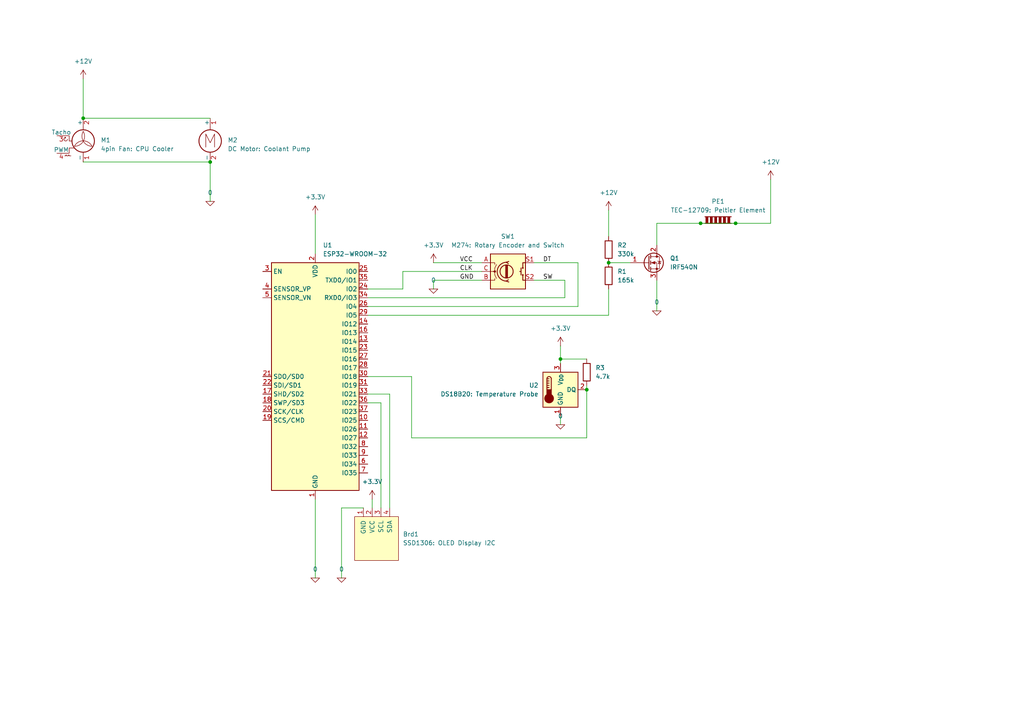
<source format=kicad_sch>
(kicad_sch (version 20231120) (generator "eeschema") (generator_version "8.0")
  (paper "A4")
  (title_block (title "PID Peltier Temperature Controller: Circuit Schematic") (date "2024-11-01") (rev "3") (comment 1 "Team ID: 411_LR2C2"))
  (lib_symbols
    (symbol "Device:PeltierElement" (pin_numbers hide) (pin_names (offset 0))
      (property "Reference" "PE" (at 0 3.175 0))
      (property "Value" "PeltierElement" (at 0 -1.27 0))
      (symbol "PeltierElement_0_1"
        (rectangle (start -3.556 1.905) (end -2.921 0) (fill (type outline)))
        (rectangle (start -2.286 1.905) (end -1.651 0) (fill (type outline)))
        (rectangle (start -0.381 1.905) (end -1.016 0) (fill (type outline)))
        (polyline (pts (xy -3.81 0) (xy 3.81 0)) (stroke (width 0.254)) (fill (type outline)))
        (polyline (pts (xy -3.81 1.905) (xy 3.81 1.905)) (stroke (width 0.254)))
        (rectangle (start 0.889 1.905) (end 0.254 0) (fill (type outline)))
        (rectangle (start 1.524 0) (end 2.159 1.905) (fill (type outline)))
        (rectangle (start 2.794 0) (end 3.429 1.905) (fill (type outline)))
      )
      (symbol "PeltierElement_1_1"
        (pin passive line (at -5.08 0 0) (length 1.27) (name "~") (number "1"))
        (pin passive line (at 5.08 0 180) (length 1.27) (name "~") (number "2"))
      )
    )
    (symbol "Device:R" (pin_numbers hide) (pin_names (offset 0))
      (property "Reference" "R" (at 2.032 0 90))
      (property "Value" "R" (at 0 0 90))
      (symbol "R_0_1"
        (rectangle (start -1.016 -2.54) (end 1.016 2.54) (stroke (width 0.254)))
      )
      (symbol "R_1_1"
        (pin passive line (at 0 3.81 270) (length 1.27) (name "~") (number "1"))
        (pin passive line (at 0 -3.81 90) (length 1.27) (name "~") (number "2"))
      )
    )
    (symbol "Device:RotaryEncoder_Switch" (pin_names (offset 0.254) hide)
      (property "Reference" "SW" (at 0 6.604 0))
      (property "Value" "RotaryEncoder_Switch" (at 0 -6.604 0))
      (symbol "RotaryEncoder_Switch_0_1"
        (rectangle (start -5.08 5.08) (end 5.08 -5.08) (stroke (width 0.254)) (fill (type background)))
        (circle (center -3.81 0) (radius 0.254) (fill (type outline)))
        (circle (center -0.381 0) (radius 1.905) (stroke (width 0.254)))
        (arc (start -0.381 2.667) (mid -3.0988 -0.0635) (end -0.381 -2.794) (stroke (width 0.254)))
        (polyline (pts (xy -0.635 -1.778) (xy -0.635 1.778)) (stroke (width 0.254)))
        (polyline (pts (xy -0.381 -1.778) (xy -0.381 1.778)) (stroke (width 0.254)))
        (polyline (pts (xy -0.127 1.778) (xy -0.127 -1.778)) (stroke (width 0.254)))
        (polyline (pts (xy 3.81 0) (xy 3.429 0)) (stroke (width 0.254)))
        (polyline (pts (xy 3.81 1.016) (xy 3.81 -1.016)) (stroke (width 0.254)))
        (polyline (pts (xy -5.08 -2.54) (xy -3.81 -2.54) (xy -3.81 -2.032)))
        (polyline (pts (xy -5.08 2.54) (xy -3.81 2.54) (xy -3.81 2.032)))
        (polyline (pts (xy 0.254 -3.048) (xy -0.508 -2.794) (xy 0.127 -2.413)) (stroke (width 0.254)))
        (polyline (pts (xy 0.254 2.921) (xy -0.508 2.667) (xy 0.127 2.286)) (stroke (width 0.254)))
        (polyline (pts (xy 5.08 -2.54) (xy 4.318 -2.54) (xy 4.318 -1.016)) (stroke (width 0.254)))
        (polyline (pts (xy 5.08 2.54) (xy 4.318 2.54) (xy 4.318 1.016)) (stroke (width 0.254)))
        (polyline (pts (xy -5.08 0) (xy -3.81 0) (xy -3.81 -1.016) (xy -3.302 -2.032)))
        (polyline (pts (xy -4.318 0) (xy -3.81 0) (xy -3.81 1.016) (xy -3.302 2.032)))
        (circle (center 4.318 -1.016) (radius 0.127) (stroke (width 0.254)))
        (circle (center 4.318 1.016) (radius 0.127) (stroke (width 0.254)))
      )
      (symbol "RotaryEncoder_Switch_1_1"
        (pin passive line (at -7.62 2.54 0) (length 2.54) (name "A") (number "A"))
        (pin passive line (at -7.62 -2.54 0) (length 2.54) (name "B") (number "B"))
        (pin passive line (at -7.62 0 0) (length 2.54) (name "C") (number "C"))
        (pin passive line (at 7.62 2.54 180) (length 2.54) (name "S1") (number "S1"))
        (pin passive line (at 7.62 -2.54 180) (length 2.54) (name "S2") (number "S2"))
      )
    )
    (symbol "Motor:Fan_CPU_4pin" (pin_names (offset 0))
      (property "Reference" "M" (at 2.54 5.08 0))
      (property "Value" "Fan_CPU_4pin" (at 2.54 -2.54 0))
      (symbol "Fan_CPU_4pin_0_0"
        (arc (start -5.588 1.524) (mid -5.08 1.0182) (end -4.572 1.524))
        (arc (start -5.08 2.032) (mid -5.4392 1.8832) (end -5.588 1.524))
        (polyline (pts (xy -5.08 2.032) (xy -5.334 2.159)))
        (polyline (pts (xy -5.08 2.032) (xy -5.207 1.778)))
        (polyline (pts (xy -4.064 2.54) (xy -4.064 1.016) (xy -3.302 1.016)))
      )
      (symbol "Fan_CPU_4pin_0_1"
        (arc (start -2.54 -0.508) (mid 0.0028 0.9121) (end 0 3.81))
        (polyline (pts (xy -4.064 2.54) (xy -5.08 2.54)))
        (polyline (pts (xy 0 -5.08) (xy 0 -4.572)))
        (polyline (pts (xy 0 -2.2352) (xy 0 -2.6416)))
        (polyline (pts (xy 0 4.2672) (xy 0 4.6228)))
        (polyline (pts (xy 0 4.572) (xy 0 5.08)))
        (polyline (pts (xy -2.54 -1.016) (xy -4.064 -1.016) (xy -4.064 -2.54) (xy -5.08 -2.54)))
        (polyline (pts (xy -5.334 -3.302) (xy -5.08 -3.302) (xy -5.08 -3.048) (xy -4.826 -3.048) (xy -4.826 -3.302) (xy -4.318 -3.302) (xy -4.318 -3.048) (xy -4.064 -3.048) (xy -4.064 -3.302) (xy -3.556 -3.302)))
        (circle (center 0 1.016) (radius 3.2512) (stroke (width 0.254)))
        (arc (start 0 3.81) (mid 0.053 0.921) (end 2.54 -0.508))
        (arc (start 2.54 -0.508) (mid 0 1.0618) (end -2.54 -0.508))
      )
      (symbol "Fan_CPU_4pin_1_1"
        (pin passive line (at 0 -5.08 90) (length 2.54) (name "-") (number "1"))
        (pin passive line (at 0 7.62 270) (length 2.54) (name "+") (number "2"))
        (pin passive line (at -7.62 2.54 0) (length 2.54) (name "Tacho") (number "3"))
        (pin input line (at -7.62 -2.54 0) (length 2.54) (name "PWM") (number "4"))
      )
    )
    (symbol "Motor:Motor_DC" (pin_names (offset 0))
      (property "Reference" "M" (at 2.54 2.54 0))
      (property "Value" "Motor_DC" (at 2.54 -5.08 0))
      (symbol "Motor_DC_0_0"
        (polyline (pts (xy -1.27 -3.302) (xy -1.27 0.508) (xy 0 -2.032) (xy 1.27 0.508) (xy 1.27 -3.302)))
      )
      (symbol "Motor_DC_0_1"
        (circle (center 0 -1.524) (radius 3.2512) (stroke (width 0.254)))
        (polyline (pts (xy 0 -7.62) (xy 0 -7.112)))
        (polyline (pts (xy 0 -4.7752) (xy 0 -5.1816)))
        (polyline (pts (xy 0 1.7272) (xy 0 2.0828)))
        (polyline (pts (xy 0 2.032) (xy 0 2.54)))
      )
      (symbol "Motor_DC_1_1"
        (pin passive line (at 0 5.08 270) (length 2.54) (name "+") (number "1"))
        (pin passive line (at 0 -7.62 90) (length 2.54) (name "-") (number "2"))
      )
    )
    (symbol "RF_Module:ESP32-WROOM-32"
      (property "Reference" "U" (at -12.7 34.29 0))
      (property "Value" "ESP32-WROOM-32" (at 1.27 34.29 0))
      (symbol "ESP32-WROOM-32_0_1"
        (rectangle (start -12.7 33.02) (end 12.7 -33.02) (stroke (width 0.254)) (fill (type background)))
      )
      (symbol "ESP32-WROOM-32_1_1"
        (pin power_in line (at 0 -35.56 90) (length 2.54) (name "GND") (number "1"))
        (pin bidirectional line (at 15.24 -12.7 180) (length 2.54) (name "IO25") (number "10"))
        (pin bidirectional line (at 15.24 -15.24 180) (length 2.54) (name "IO26") (number "11"))
        (pin bidirectional line (at 15.24 -17.78 180) (length 2.54) (name "IO27") (number "12"))
        (pin bidirectional line (at 15.24 10.16 180) (length 2.54) (name "IO14") (number "13"))
        (pin bidirectional line (at 15.24 15.24 180) (length 2.54) (name "IO12") (number "14"))
        (pin passive line (at 0 -35.56 90) (length 2.54) hide (name "GND") (number "15"))
        (pin bidirectional line (at 15.24 12.7 180) (length 2.54) (name "IO13") (number "16"))
        (pin bidirectional line (at -15.24 -5.08 0) (length 2.54) (name "SHD/SD2") (number "17"))
        (pin bidirectional line (at -15.24 -7.62 0) (length 2.54) (name "SWP/SD3") (number "18"))
        (pin bidirectional line (at -15.24 -12.7 0) (length 2.54) (name "SCS/CMD") (number "19"))
        (pin power_in line (at 0 35.56 270) (length 2.54) (name "VDD") (number "2"))
        (pin bidirectional line (at -15.24 -10.16 0) (length 2.54) (name "SCK/CLK") (number "20"))
        (pin bidirectional line (at -15.24 0 0) (length 2.54) (name "SDO/SD0") (number "21"))
        (pin bidirectional line (at -15.24 -2.54 0) (length 2.54) (name "SDI/SD1") (number "22"))
        (pin bidirectional line (at 15.24 7.62 180) (length 2.54) (name "IO15") (number "23"))
        (pin bidirectional line (at 15.24 25.4 180) (length 2.54) (name "IO2") (number "24"))
        (pin bidirectional line (at 15.24 30.48 180) (length 2.54) (name "IO0") (number "25"))
        (pin bidirectional line (at 15.24 20.32 180) (length 2.54) (name "IO4") (number "26"))
        (pin bidirectional line (at 15.24 5.08 180) (length 2.54) (name "IO16") (number "27"))
        (pin bidirectional line (at 15.24 2.54 180) (length 2.54) (name "IO17") (number "28"))
        (pin bidirectional line (at 15.24 17.78 180) (length 2.54) (name "IO5") (number "29"))
        (pin input line (at -15.24 30.48 0) (length 2.54) (name "EN") (number "3"))
        (pin bidirectional line (at 15.24 0 180) (length 2.54) (name "IO18") (number "30"))
        (pin bidirectional line (at 15.24 -2.54 180) (length 2.54) (name "IO19") (number "31"))
        (pin no_connect line (at -12.7 -27.94 0) (length 2.54) hide (name "NC") (number "32"))
        (pin bidirectional line (at 15.24 -5.08 180) (length 2.54) (name "IO21") (number "33"))
        (pin bidirectional line (at 15.24 22.86 180) (length 2.54) (name "RXD0/IO3") (number "34"))
        (pin bidirectional line (at 15.24 27.94 180) (length 2.54) (name "TXD0/IO1") (number "35"))
        (pin bidirectional line (at 15.24 -7.62 180) (length 2.54) (name "IO22") (number "36"))
        (pin bidirectional line (at 15.24 -10.16 180) (length 2.54) (name "IO23") (number "37"))
        (pin passive line (at 0 -35.56 90) (length 2.54) hide (name "GND") (number "38"))
        (pin passive line (at 0 -35.56 90) (length 2.54) hide (name "GND") (number "39"))
        (pin input line (at -15.24 25.4 0) (length 2.54) (name "SENSOR_VP") (number "4"))
        (pin input line (at -15.24 22.86 0) (length 2.54) (name "SENSOR_VN") (number "5"))
        (pin input line (at 15.24 -25.4 180) (length 2.54) (name "IO34") (number "6"))
        (pin input line (at 15.24 -27.94 180) (length 2.54) (name "IO35") (number "7"))
        (pin bidirectional line (at 15.24 -20.32 180) (length 2.54) (name "IO32") (number "8"))
        (pin bidirectional line (at 15.24 -22.86 180) (length 2.54) (name "IO33") (number "9"))
      )
    )
    (symbol "SSD1306-128x64_OLED:SSD1306" (pin_names (offset 1.016))
      (property "Reference" "Brd" (at 0 -3.81 0))
      (property "Value" "SSD1306" (at 0 -1.27 0))
      (symbol "SSD1306_0_1"
        (rectangle (start -6.35 6.35) (end 6.35 -6.35) (fill (type background)))
      )
      (symbol "SSD1306_1_1"
        (pin input line (at -3.81 8.89 270) (length 2.54) (name "GND") (number "1"))
        (pin input line (at -1.27 8.89 270) (length 2.54) (name "VCC") (number "2"))
        (pin input line (at 1.27 8.89 270) (length 2.54) (name "SCL") (number "3"))
        (pin input line (at 3.81 8.89 270) (length 2.54) (name "SDA") (number "4"))
      )
    )
    (symbol "Sensor_Temperature:DS18B20"
      (property "Reference" "U" (at -3.81 6.35 0))
      (property "Value" "DS18B20" (at 6.35 6.35 0))
      (symbol "DS18B20_0_1"
        (rectangle (start -5.08 5.08) (end 5.08 -5.08) (stroke (width 0.254)) (fill (type background)))
        (circle (center -3.302 -2.54) (radius 1.27) (stroke (width 0.254)) (fill (type outline)))
        (rectangle (start -2.667 -1.905) (end -3.937 0) (stroke (width 0.254)) (fill (type outline)))
        (arc (start -2.667 3.175) (mid -3.302 3.8073) (end -3.937 3.175) (stroke (width 0.254)))
        (polyline (pts (xy -3.937 0.635) (xy -3.302 0.635)) (stroke (width 0.254)))
        (polyline (pts (xy -3.937 1.27) (xy -3.302 1.27)) (stroke (width 0.254)))
        (polyline (pts (xy -3.937 1.905) (xy -3.302 1.905)) (stroke (width 0.254)))
        (polyline (pts (xy -3.937 2.54) (xy -3.302 2.54)) (stroke (width 0.254)))
        (polyline (pts (xy -3.937 3.175) (xy -3.937 0)) (stroke (width 0.254)))
        (polyline (pts (xy -3.937 3.175) (xy -3.302 3.175)) (stroke (width 0.254)))
        (polyline (pts (xy -2.667 3.175) (xy -2.667 0)) (stroke (width 0.254)))
      )
      (symbol "DS18B20_1_1"
        (pin power_in line (at 0 -7.62 90) (length 2.54) (name "GND") (number "1"))
        (pin bidirectional line (at 7.62 0 180) (length 2.54) (name "DQ") (number "2"))
        (pin power_in line (at 0 7.62 270) (length 2.54) (name "V_{DD}") (number "3"))
      )
    )
    (symbol "Simulation_SPICE:0" (power) (pin_numbers hide) (pin_names (offset 0) hide)
      (property "Value" "0" (at 0 -2.54 0))
      (symbol "0_0_1"
        (polyline (pts (xy -1.27 0) (xy 0 -1.27) (xy 1.27 0) (xy -1.27 0)))
      )
      (symbol "0_1_1"
        (pin power_in line (at 0 0 0) (length 0) (name "~") (number "1"))
      )
    )
    (symbol "Transistor_FET:IRF540N" (pin_names hide)
      (property "Reference" "Q" (at 5.08 1.905 0))
      (property "Value" "IRF540N" (at 5.08 0 0))
      (symbol "IRF540N_0_1"
        (polyline (pts (xy 0.254 0) (xy -2.54 0)))
        (polyline (pts (xy 0.254 1.905) (xy 0.254 -1.905)) (stroke (width 0.254)))
        (polyline (pts (xy 0.762 -1.27) (xy 0.762 -2.286)) (stroke (width 0.254)))
        (polyline (pts (xy 0.762 0.508) (xy 0.762 -0.508)) (stroke (width 0.254)))
        (polyline (pts (xy 0.762 2.286) (xy 0.762 1.27)) (stroke (width 0.254)))
        (polyline (pts (xy 2.54 2.54) (xy 2.54 1.778)))
        (polyline (pts (xy 2.54 -2.54) (xy 2.54 0) (xy 0.762 0)))
        (polyline (pts (xy 0.762 -1.778) (xy 3.302 -1.778) (xy 3.302 1.778) (xy 0.762 1.778)))
        (polyline (pts (xy 1.016 0) (xy 2.032 0.381) (xy 2.032 -0.381) (xy 1.016 0)) (fill (type outline)))
        (polyline (pts (xy 2.794 0.508) (xy 2.921 0.381) (xy 3.683 0.381) (xy 3.81 0.254)))
        (polyline (pts (xy 3.302 0.381) (xy 2.921 -0.254) (xy 3.683 -0.254) (xy 3.302 0.381)))
        (circle (center 1.651 0) (radius 2.794) (stroke (width 0.254)))
        (circle (center 2.54 -1.778) (radius 0.254) (fill (type outline)))
        (circle (center 2.54 1.778) (radius 0.254) (fill (type outline)))
      )
      (symbol "IRF540N_1_1"
        (pin input line (at -5.08 0 0) (length 2.54) (name "G") (number "1"))
        (pin passive line (at 2.54 5.08 270) (length 2.54) (name "D") (number "2"))
        (pin passive line (at 2.54 -5.08 90) (length 2.54) (name "S") (number "3"))
      )
    )
    (symbol "power:+12V" (power) (pin_numbers hide) (pin_names (offset 0) hide)
      (property "Value" "+12V" (at 0 3.556 0))
      (symbol "+12V_0_1"
        (polyline (pts (xy -0.762 1.27) (xy 0 2.54)))
        (polyline (pts (xy 0 0) (xy 0 2.54)))
        (polyline (pts (xy 0 2.54) (xy 0.762 1.27)))
      )
      (symbol "+12V_1_1"
        (pin power_in line (at 0 0 90) (length 0) (name "~") (number "1"))
      )
    )
    (symbol "power:+3.3V" (power) (pin_numbers hide) (pin_names (offset 0) hide)
      (property "Value" "+3.3V" (at 0 3.556 0))
      (symbol "+3.3V_0_1"
        (polyline (pts (xy -0.762 1.27) (xy 0 2.54)))
        (polyline (pts (xy 0 0) (xy 0 2.54)))
        (polyline (pts (xy 0 2.54) (xy 0.762 1.27)))
      )
      (symbol "+3.3V_1_1"
        (pin power_in line (at 0 0 90) (length 0) (name "~") (number "1"))
      )
    )
  )
  (junction (at 24.13 34.29))
  (junction (at 60.96 46.99))
  (junction (at 162.56 104.14))
  (junction (at 213.36 64.77))
  (junction (at 203.2 64.77))
  (junction (at 170.18 113.03))
  (junction (at 176.53 76.2))
  (wire (pts (xy 106.68 109.22) (xy 119.38 109.22)))
  (wire (pts (xy 154.94 81.28) (xy 163.83 81.28)))
  (wire (pts (xy 190.5 64.77) (xy 203.2 64.77)))
  (wire (pts (xy 167.64 88.9) (xy 106.68 88.9)))
  (wire (pts (xy 162.56 104.14) (xy 170.18 104.14)))
  (wire (pts (xy 154.94 76.2) (xy 167.64 76.2)))
  (wire (pts (xy 91.44 62.23) (xy 91.44 73.66)))
  (wire (pts (xy 110.49 116.84) (xy 110.49 147.32)))
  (wire (pts (xy 119.38 109.22) (xy 119.38 127)))
  (wire (pts (xy 99.06 147.32) (xy 99.06 167.64)))
  (wire (pts (xy 176.53 76.2) (xy 182.88 76.2)))
  (wire (pts (xy 213.36 64.77) (xy 223.52 64.77)))
  (wire (pts (xy 170.18 111.76) (xy 170.18 113.03)))
  (wire (pts (xy 163.83 86.36) (xy 106.68 86.36)))
  (wire (pts (xy 170.18 127) (xy 170.18 113.03)))
  (wire (pts (xy 91.44 144.78) (xy 91.44 167.64)))
  (wire (pts (xy 223.52 64.77) (xy 223.52 52.07)))
  (wire (pts (xy 190.5 71.12) (xy 190.5 64.77)))
  (wire (pts (xy 116.84 83.82) (xy 106.68 83.82)))
  (wire (pts (xy 119.38 127) (xy 170.18 127)))
  (wire (pts (xy 176.53 91.44) (xy 106.68 91.44)))
  (wire (pts (xy 167.64 76.2) (xy 167.64 88.9)))
  (wire (pts (xy 106.68 114.3) (xy 113.03 114.3)))
  (wire (pts (xy 203.2 64.77) (xy 213.36 64.77)))
  (wire (pts (xy 24.13 34.29) (xy 60.96 34.29)))
  (wire (pts (xy 107.95 144.78) (xy 107.95 147.32)))
  (wire (pts (xy 163.83 81.28) (xy 163.83 86.36)))
  (wire (pts (xy 113.03 114.3) (xy 113.03 147.32)))
  (wire (pts (xy 190.5 90.17) (xy 190.5 81.28)))
  (wire (pts (xy 176.53 83.82) (xy 176.53 91.44)))
  (wire (pts (xy 125.73 76.2) (xy 139.7 76.2)))
  (wire (pts (xy 60.96 46.99) (xy 60.96 58.42)))
  (wire (pts (xy 24.13 46.99) (xy 60.96 46.99)))
  (wire (pts (xy 162.56 100.33) (xy 162.56 104.14)))
  (wire (pts (xy 162.56 120.65) (xy 162.56 123.19)))
  (wire (pts (xy 162.56 104.14) (xy 162.56 105.41)))
  (wire (pts (xy 106.68 116.84) (xy 110.49 116.84)))
  (wire (pts (xy 24.13 22.86) (xy 24.13 34.29)))
  (wire (pts (xy 139.7 78.74) (xy 116.84 78.74)))
  (wire (pts (xy 176.53 60.96) (xy 176.53 68.58)))
  (wire (pts (xy 105.41 147.32) (xy 99.06 147.32)))
  (wire (pts (xy 125.73 83.82) (xy 125.73 81.28)))
  (wire (pts (xy 125.73 81.28) (xy 139.7 81.28)))
  (wire (pts (xy 116.84 78.74) (xy 116.84 83.82)))
  (label "GND" (at 133.35 81.28 0))
  (label "DT" (at 157.48 76.2 0))
  (label "CLK" (at 133.35 78.74 0))
  (label "VCC" (at 133.35 76.2 0))
  (label "SW" (at 157.48 81.28 0))
  (symbol (lib_id "Simulation_SPICE:0") (at 91.44 167.64 0) (unit 1)
    (property "Reference" "#GND04" (effects (hide yes)))
    (property "Value" "0" (at 91.44 165.1 0))
    (property "Datasheet" "https://ngspice.sourceforge.io/docs/ngspice-html-manual/manual.xhtml#subsec_Circuit_elements__device" (effects (hide yes)))
    (property "Description" "0V reference potential for simulation" (effects (hide yes)))
  )
  (symbol (lib_id "Transistor_FET:IRF540N") (at 187.96 76.2 0) (unit 1)
    (property "Reference" "Q1" (at 194.31 74.9299 0) (effects (justify left)))
    (property "Value" "IRF540N" (at 194.31 77.4699 0) (effects (justify left)))
    (property "Footprint" "Package_TO_SOT_THT:TO-220-3_Vertical" (effects (hide yes)))
    (property "Datasheet" "http://www.irf.com/product-info/datasheets/data/irf540n.pdf" (effects (hide yes)))
    (property "Description" "33A Id, 100V Vds, HEXFET N-Channel MOSFET, TO-220" (effects (hide yes)))
  )
  (symbol (lib_id "Device:R") (at 176.53 80.01 0) (unit 1)
    (property "Reference" "R1" (at 179.07 78.7399 0) (effects (justify left)))
    (property "Value" "165k" (at 179.07 81.2799 0) (effects (justify left)))
    (property "Description" "Resistor" (effects (hide yes)))
  )
  (symbol (lib_id "Simulation_SPICE:0") (at 60.96 58.42 0) (unit 1)
    (property "Reference" "#GND01" (effects (hide yes)))
    (property "Value" "0" (at 60.96 55.88 0))
    (property "Datasheet" "https://ngspice.sourceforge.io/docs/ngspice-html-manual/manual.xhtml#subsec_Circuit_elements__device" (effects (hide yes)))
    (property "Description" "0V reference potential for simulation" (effects (hide yes)))
  )
  (symbol (lib_id "Device:RotaryEncoder_Switch") (at 147.32 78.74 0) (unit 1)
    (property "Reference" "SW1" (at 147.32 68.58 0))
    (property "Value" "M274: Rotary Encoder and Switch" (at 147.32 71.12 0))
    (property "Description" "Rotary encoder, dual channel, incremental quadrate outputs, with switch" (effects (hide yes)))
  )
  (symbol (lib_id "Motor:Fan_CPU_4pin") (at 24.13 41.91 0) (unit 1)
    (property "Reference" "M1" (at 29.21 40.6399 0) (effects (justify left)))
    (property "Value" "4pin Fan: CPU Cooler" (at 29.21 43.1799 0) (effects (justify left)))
    (property "Datasheet" "http://www.formfactors.org/developer%5Cspecs%5Crev1_2_public.pdf" (effects (hide yes)))
    (property "Description" "CPU Fan, tacho output, PWM input, 4-pin connector" (effects (hide yes)))
  )
  (symbol (lib_id "RF_Module:ESP32-WROOM-32") (at 91.44 109.22 0) (unit 1)
    (property "Reference" "U1" (at 93.6341 71.12 0) (effects (justify left)))
    (property "Value" "ESP32-WROOM-32" (at 93.6341 73.66 0) (effects (justify left)))
    (property "Footprint" "RF_Module:ESP32-WROOM-32" (effects (hide yes)))
    (property "Datasheet" "https://www.espressif.com/sites/default/files/documentation/esp32-wroom-32_datasheet_en.pdf" (effects (hide yes)))
    (property "Description" "RF Module, ESP32-D0WDQ6 SoC, Wi-Fi 802.11b/g/n, Bluetooth, BLE, 32-bit, 2.7-3.6V, onboard antenna, SMD" (effects (hide yes)))
  )
  (symbol (lib_id "Simulation_SPICE:0") (at 162.56 123.19 0) (unit 1)
    (property "Reference" "#GND06" (effects (hide yes)))
    (property "Value" "0" (at 162.56 120.65 0))
    (property "Datasheet" "https://ngspice.sourceforge.io/docs/ngspice-html-manual/manual.xhtml#subsec_Circuit_elements__device" (effects (hide yes)))
    (property "Description" "0V reference potential for simulation" (effects (hide yes)))
  )
  (symbol (lib_id "Device:R") (at 176.53 72.39 0) (unit 1)
    (property "Reference" "R2" (at 179.07 71.1199 0) (effects (justify left)))
    (property "Value" "330k" (at 179.07 73.6599 0) (effects (justify left)))
    (property "Description" "Resistor" (effects (hide yes)))
  )
  (symbol (lib_id "SSD1306-128x64_OLED:SSD1306") (at 109.22 156.21 0) (unit 1)
    (property "Reference" "Brd1" (at 116.84 154.9399 0) (effects (justify left)))
    (property "Value" "SSD1306: OLED Display I2C" (at 116.84 157.4799 0) (effects (justify left)))
  )
  (symbol (lib_id "power:+3.3V") (at 107.95 144.78 0) (unit 1)
    (property "Reference" "#PWR07" (effects (hide yes)))
    (property "Value" "+3.3V" (at 107.95 139.7 0))
    (property "Description" "Power symbol creates a global label with name \"+3.3V\"" (effects (hide yes)))
  )
  (symbol (lib_id "Simulation_SPICE:0") (at 99.06 167.64 0) (unit 1)
    (property "Reference" "#GND02" (effects (hide yes)))
    (property "Value" "0" (at 99.06 165.1 0))
    (property "Datasheet" "https://ngspice.sourceforge.io/docs/ngspice-html-manual/manual.xhtml#subsec_Circuit_elements__device" (effects (hide yes)))
    (property "Description" "0V reference potential for simulation" (effects (hide yes)))
  )
  (symbol (lib_id "power:+3.3V") (at 91.44 62.23 0) (unit 1)
    (property "Reference" "#PWR02" (effects (hide yes)))
    (property "Value" "+3.3V" (at 91.44 57.15 0))
    (property "Description" "Power symbol creates a global label with name \"+3.3V\"" (effects (hide yes)))
  )
  (symbol (lib_id "Sensor_Temperature:DS18B20") (at 162.56 113.03 0) (unit 1)
    (property "Reference" "U2" (at 156.21 111.7599 0) (effects (justify right)))
    (property "Value" "DS18B20: Temperature Probe" (at 156.21 114.2999 0) (effects (justify right)))
    (property "Footprint" "Package_TO_SOT_THT:TO-92_Inline" (effects (hide yes)))
    (property "Datasheet" "http://datasheets.maximintegrated.com/en/ds/DS18B20.pdf" (effects (hide yes)))
    (property "Description" "Programmable Resolution 1-Wire Digital Thermometer TO-92" (effects (hide yes)))
  )
  (symbol (lib_id "Motor:Motor_DC") (at 60.96 39.37 0) (unit 1)
    (property "Reference" "M2" (at 66.04 40.6399 0) (effects (justify left)))
    (property "Value" "DC Motor: Coolant Pump" (at 66.04 43.1799 0) (effects (justify left)))
    (property "Description" "DC Motor" (effects (hide yes)))
  )
  (symbol (lib_id "power:+12V") (at 176.53 60.96 0) (unit 1)
    (property "Reference" "#PWR03" (effects (hide yes)))
    (property "Value" "+12V" (at 176.53 55.88 0))
    (property "Description" "Power symbol creates a global label with name \"+12V\"" (effects (hide yes)))
  )
  (symbol (lib_id "Device:PeltierElement") (at 208.28 64.77 0) (unit 1)
    (property "Reference" "PE1" (at 208.28 58.42 0))
    (property "Value" "TEC-12709: Peltier Element" (at 208.28 60.96 0))
    (property "Description" "Peltier element, thermoelectric cooler" (effects (hide yes)))
  )
  (symbol (lib_id "Device:R") (at 170.18 107.95 0) (unit 1)
    (property "Reference" "R3" (at 172.72 106.6799 0) (effects (justify left)))
    (property "Value" "4.7k" (at 172.72 109.2199 0) (effects (justify left)))
    (property "Description" "Resistor" (effects (hide yes)))
  )
  (symbol (lib_id "power:+3.3V") (at 162.56 100.33 0) (unit 1)
    (property "Reference" "#PWR05" (effects (hide yes)))
    (property "Value" "+3.3V" (at 162.56 95.25 0))
    (property "Description" "Power symbol creates a global label with name \"+3.3V\"" (effects (hide yes)))
  )
  (symbol (lib_id "power:+12V") (at 223.52 52.07 0) (unit 1)
    (property "Reference" "#PWR04" (effects (hide yes)))
    (property "Value" "+12V" (at 223.52 46.99 0))
    (property "Description" "Power symbol creates a global label with name \"+12V\"" (effects (hide yes)))
  )
  (symbol (lib_id "Simulation_SPICE:0") (at 190.5 90.17 0) (unit 1)
    (property "Reference" "#GND03" (effects (hide yes)))
    (property "Value" "0" (at 190.5 87.63 0))
    (property "Datasheet" "https://ngspice.sourceforge.io/docs/ngspice-html-manual/manual.xhtml#subsec_Circuit_elements__device" (effects (hide yes)))
    (property "Description" "0V reference potential for simulation" (effects (hide yes)))
  )
  (symbol (lib_id "power:+3.3V") (at 125.73 76.2 0) (unit 1)
    (property "Reference" "#PWR06" (effects (hide yes)))
    (property "Value" "+3.3V" (at 125.73 71.12 0))
    (property "Description" "Power symbol creates a global label with name \"+3.3V\"" (effects (hide yes)))
  )
  (symbol (lib_id "power:+12V") (at 24.13 22.86 0) (unit 1)
    (property "Reference" "#PWR01" (effects (hide yes)))
    (property "Value" "+12V" (at 24.13 17.78 0))
    (property "Description" "Power symbol creates a global label with name \"+12V\"" (effects (hide yes)))
  )
  (symbol (lib_id "Simulation_SPICE:0") (at 125.73 83.82 0) (unit 1)
    (property "Reference" "#GND05" (effects (hide yes)))
    (property "Value" "0" (at 125.73 81.28 0))
    (property "Datasheet" "https://ngspice.sourceforge.io/docs/ngspice-html-manual/manual.xhtml#subsec_Circuit_elements__device" (effects (hide yes)))
    (property "Description" "0V reference potential for simulation" (effects (hide yes)))
  )
)
</source>
